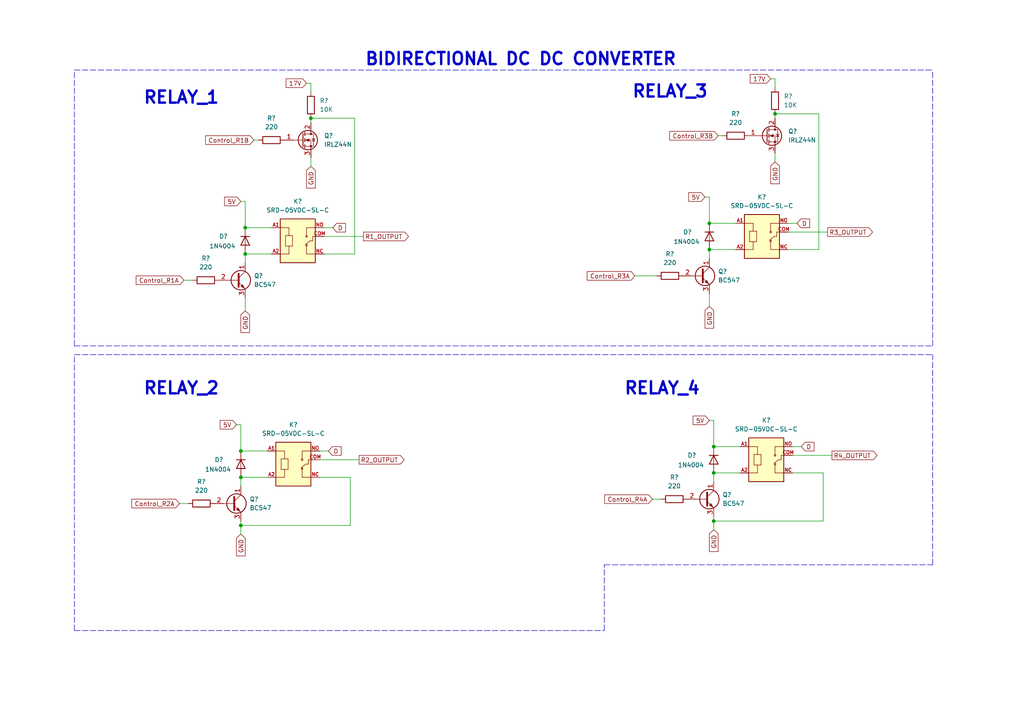
<source format=kicad_sch>
(kicad_sch (version 20250114) (generator "eeschema") (generator_version "9.0")
  (paper "A4")
  (title_block (title "BIDIRECTIONAL DC DC CONVERTER"))
  (lib_symbols
    (symbol "Device:R" (pin_numbers (hide yes)) (pin_names (offset 0))
      (property "Reference" "R" (at 2.032 0 90))
      (property "Value" "R" (at 0 0 90))
      (symbol "R_0_1"
        (rectangle (start -1.016 -2.54) (end 1.016 2.54) (stroke (width 0.254)))
      )
      (symbol "R_1_1"
        (pin passive line (at 0 3.81 270) (length 1.27) (name "~") (number "1"))
        (pin passive line (at 0 -3.81 90) (length 1.27) (name "~") (number "2"))
      )
    )
    (symbol "Diode:1N4004" (pin_numbers (hide yes)) (pin_names (hide yes))
      (property "Reference" "D" (at 0 2.54 0))
      (property "Value" "1N4004" (at 0 -2.54 0))
      (symbol "1N4004_0_1"
        (polyline (pts (xy -1.27 1.27) (xy -1.27 -1.27)) (stroke (width 0.254)))
        (polyline (pts (xy 1.27 1.27) (xy 1.27 -1.27) (xy -1.27 0) (xy 1.27 1.27)) (stroke (width 0.254)))
        (polyline (pts (xy 1.27 0) (xy -1.27 0)))
      )
      (symbol "1N4004_1_1"
        (pin passive line (at -3.81 0 0) (length 2.54) (name "K") (number "1"))
        (pin passive line (at 3.81 0 180) (length 2.54) (name "A") (number "2"))
      )
    )
    (symbol "SRD-05VDC-SL-C:SRD-05VDC-SL-C" (pin_names (offset 1.016))
      (property "Reference" "K" (at -5.0809 5.843 0))
      (property "Value" "SRD-05VDC-SL-C" (at -5.0832 -10.1664 0))
      (symbol "SRD-05VDC-SL-C_0_0"
        (polyline (pts (xy -5.08 2.54) (xy -2.54 2.54)) (stroke (width 0.1524)))
        (rectangle (start -5.08 -7.62) (end 5.08 5.08) (stroke (width 0.254)) (fill (type background)))
        (polyline (pts (xy -3.556 0.254) (xy -3.556 -2.794)) (stroke (width 0.1524)))
        (polyline (pts (xy -3.556 -2.794) (xy -2.54 -2.794)) (stroke (width 0.1524)))
        (polyline (pts (xy -2.54 2.54) (xy -2.54 0.254)) (stroke (width 0.1524)))
        (polyline (pts (xy -2.54 0.254) (xy -3.556 0.254)) (stroke (width 0.1524)))
        (polyline (pts (xy -2.54 -2.794) (xy -2.54 -5.08)) (stroke (width 0.1524)))
        (polyline (pts (xy -2.54 -2.794) (xy -1.524 -2.794)) (stroke (width 0.1524)))
        (polyline (pts (xy -2.54 -5.08) (xy -5.08 -5.08)) (stroke (width 0.1524)))
        (polyline (pts (xy -1.524 0.254) (xy -2.54 0.254)) (stroke (width 0.1524)))
        (polyline (pts (xy -1.524 -2.794) (xy -1.524 0.254)) (stroke (width 0.1524)))
        (polyline (pts (xy 2.54 2.54) (xy 2.54 0)) (stroke (width 0.1524)))
        (circle (center 2.54 0) (radius 0.254) (stroke (width 0.1524)))
        (polyline (pts (xy 2.54 -2.54) (xy 2.54 -5.08)) (stroke (width 0.1524)))
        (circle (center 2.54 -2.54) (radius 0.254) (stroke (width 0.1524)))
        (polyline (pts (xy 2.54 -5.08) (xy 5.08 -5.08)) (stroke (width 0.1524)))
        (polyline (pts (xy 3.556 -1.27) (xy 2.286 -2.286)) (stroke (width 0.1524)))
        (polyline (pts (xy 3.556 -1.27) (xy 4.318 -1.27)) (stroke (width 0.1524)))
        (polyline (pts (xy 4.318 0) (xy 5.08 0)) (stroke (width 0.1524)))
        (polyline (pts (xy 4.318 -1.27) (xy 4.318 0)) (stroke (width 0.1524)))
        (polyline (pts (xy 5.08 2.54) (xy 2.54 2.54)) (stroke (width 0.1524)))
        (pin passive line (at -7.62 2.54 0) (length 2.54) (name "~") (number "A1"))
        (pin passive line (at -7.62 -5.08 0) (length 2.54) (name "~") (number "A2"))
        (pin passive line (at 7.62 2.54 180) (length 2.54) (name "~") (number "NO"))
        (pin passive line (at 7.62 0 180) (length 2.54) (name "~") (number "COM"))
        (pin passive line (at 7.62 -5.08 180) (length 2.54) (name "~") (number "NC"))
      )
    )
    (symbol "Transistor_BJT:BC547" (pin_names (offset 0) (hide yes))
      (property "Reference" "Q" (at 5.08 1.905 0))
      (property "Value" "BC547" (at 5.08 0 0))
      (symbol "BC547_0_1"
        (polyline (pts (xy -2.54 0) (xy 0.635 0)))
        (polyline (pts (xy 0.635 1.905) (xy 0.635 -1.905)) (stroke (width 0.508)))
        (circle (center 1.27 0) (radius 2.8194) (stroke (width 0.254)))
      )
      (symbol "BC547_1_1"
        (polyline (pts (xy 0.635 0.635) (xy 2.54 2.54)))
        (polyline (pts (xy 0.635 -0.635) (xy 2.54 -2.54)))
        (polyline (pts (xy 1.27 -1.778) (xy 1.778 -1.27) (xy 2.286 -2.286) (xy 1.27 -1.778)) (fill (type outline)))
        (pin input line (at -5.08 0 0) (length 2.54) (name "B") (number "2"))
        (pin passive line (at 2.54 5.08 270) (length 2.54) (name "C") (number "1"))
        (pin passive line (at 2.54 -5.08 90) (length 2.54) (name "E") (number "3"))
      )
    )
    (symbol "Transistor_FET:IRLZ44N" (pin_names (hide yes))
      (property "Reference" "Q" (at 5.08 1.905 0))
      (property "Value" "IRLZ44N" (at 5.08 0 0))
      (symbol "IRLZ44N_0_1"
        (polyline (pts (xy 0.254 1.905) (xy 0.254 -1.905)) (stroke (width 0.254)))
        (polyline (pts (xy 0.254 0) (xy -2.54 0)))
        (polyline (pts (xy 0.762 2.286) (xy 0.762 1.27)) (stroke (width 0.254)))
        (polyline (pts (xy 0.762 0.508) (xy 0.762 -0.508)) (stroke (width 0.254)))
        (polyline (pts (xy 0.762 -1.27) (xy 0.762 -2.286)) (stroke (width 0.254)))
        (polyline (pts (xy 0.762 -1.778) (xy 3.302 -1.778) (xy 3.302 1.778) (xy 0.762 1.778)))
        (polyline (pts (xy 1.016 0) (xy 2.032 0.381) (xy 2.032 -0.381) (xy 1.016 0)) (fill (type outline)))
        (circle (center 1.651 0) (radius 2.794) (stroke (width 0.254)))
        (polyline (pts (xy 2.54 2.54) (xy 2.54 1.778)))
        (circle (center 2.54 1.778) (radius 0.254) (fill (type outline)))
        (circle (center 2.54 -1.778) (radius 0.254) (fill (type outline)))
        (polyline (pts (xy 2.54 -2.54) (xy 2.54 0) (xy 0.762 0)))
        (polyline (pts (xy 2.794 0.508) (xy 2.921 0.381) (xy 3.683 0.381) (xy 3.81 0.254)))
        (polyline (pts (xy 3.302 0.381) (xy 2.921 -0.254) (xy 3.683 -0.254) (xy 3.302 0.381)))
      )
      (symbol "IRLZ44N_1_1"
        (pin input line (at -5.08 0 0) (length 2.54) (name "G") (number "1"))
        (pin passive line (at 2.54 5.08 270) (length 2.54) (name "D") (number "2"))
        (pin passive line (at 2.54 -5.08 90) (length 2.54) (name "S") (number "3"))
      )
    )
  )
  (text "RELAY_1" (at 41.402 30.48 0) (effects (font (size 3.5 3.5) (thickness 0.7) (bold yes)) (justify left bottom)))
  (text "RELAY_4" (at 180.848 114.808 0) (effects (font (size 3.5 3.5) (thickness 0.7) (bold yes)) (justify left bottom)))
  (text "BIDIRECTIONAL DC DC CONVERTER" (at 105.664 19.304 0) (effects (font (size 3.5 3.5) (thickness 0.7) (bold yes)) (justify left bottom)))
  (text "RELAY_2" (at 41.402 114.808 0) (effects (font (size 3.5 3.5) (thickness 0.7) (bold yes)) (justify left bottom)))
  (text "RELAY_3" (at 183.134 28.702 0) (effects (font (size 3.5 3.5) (thickness 0.7) (bold yes)) (justify left bottom)))
  (junction (at 69.85 130.81))
  (junction (at 207.01 137.16))
  (junction (at 71.12 73.66))
  (junction (at 69.85 138.43))
  (junction (at 224.79 33.02))
  (junction (at 69.85 152.4))
  (junction (at 90.17 34.29))
  (junction (at 207.01 129.54))
  (junction (at 207.01 151.13))
  (junction (at 205.74 64.77))
  (junction (at 71.12 66.04))
  (junction (at 205.74 72.39))
  (wire (pts (xy 228.6 64.77) (xy 231.14 64.77)))
  (wire (pts (xy 205.74 57.15) (xy 205.74 64.77)))
  (wire (pts (xy 223.52 22.86) (xy 224.79 22.86)))
  (polyline (pts (xy 21.59 100.33) (xy 21.59 20.32)) (stroke (width 0) (type dash)))
  (wire (pts (xy 101.6 152.4) (xy 69.85 152.4)))
  (wire (pts (xy 73.66 40.64) (xy 74.93 40.64)))
  (wire (pts (xy 213.36 72.39) (xy 205.74 72.39)))
  (wire (pts (xy 228.6 67.31) (xy 240.03 67.31)))
  (wire (pts (xy 92.71 138.43) (xy 101.6 138.43)))
  (wire (pts (xy 77.47 138.43) (xy 69.85 138.43)))
  (wire (pts (xy 207.01 151.13) (xy 207.01 153.67)))
  (polyline (pts (xy 270.51 163.83) (xy 270.51 102.87)) (stroke (width 0) (type dash)))
  (wire (pts (xy 205.74 121.92) (xy 207.01 121.92)))
  (wire (pts (xy 71.12 58.42) (xy 71.12 66.04)))
  (wire (pts (xy 238.76 137.16) (xy 238.76 151.13)))
  (wire (pts (xy 69.85 58.42) (xy 71.12 58.42)))
  (wire (pts (xy 214.63 137.16) (xy 207.01 137.16)))
  (wire (pts (xy 207.01 121.92) (xy 207.01 129.54)))
  (polyline (pts (xy 21.59 102.87) (xy 270.51 102.87)) (stroke (width 0) (type dash)))
  (wire (pts (xy 78.74 73.66) (xy 71.12 73.66)))
  (wire (pts (xy 88.9 24.13) (xy 90.17 24.13)))
  (wire (pts (xy 184.15 80.01) (xy 190.5 80.01)))
  (polyline (pts (xy 270.51 100.33) (xy 270.51 20.32)) (stroke (width 0) (type dash)))
  (polyline (pts (xy 21.59 182.88) (xy 175.26 182.88)) (stroke (width 0) (type dash)))
  (wire (pts (xy 92.71 130.81) (xy 95.25 130.81)))
  (wire (pts (xy 90.17 45.72) (xy 90.17 48.26)))
  (wire (pts (xy 207.01 149.86) (xy 207.01 151.13)))
  (wire (pts (xy 69.85 138.43) (xy 69.85 140.97)))
  (polyline (pts (xy 21.59 100.33) (xy 270.51 100.33)) (stroke (width 0) (type dash)))
  (wire (pts (xy 207.01 129.54) (xy 214.63 129.54)))
  (wire (pts (xy 229.87 132.08) (xy 241.3 132.08)))
  (wire (pts (xy 69.85 123.19) (xy 69.85 130.81)))
  (wire (pts (xy 205.74 72.39) (xy 205.74 74.93)))
  (wire (pts (xy 237.49 33.02) (xy 237.49 72.39)))
  (wire (pts (xy 71.12 86.36) (xy 71.12 90.17)))
  (wire (pts (xy 71.12 66.04) (xy 78.74 66.04)))
  (polyline (pts (xy 21.59 20.32) (xy 270.51 20.32)) (stroke (width 0) (type dash)))
  (wire (pts (xy 90.17 24.13) (xy 90.17 26.67)))
  (wire (pts (xy 52.07 146.05) (xy 54.61 146.05)))
  (wire (pts (xy 93.98 66.04) (xy 96.52 66.04)))
  (wire (pts (xy 69.85 130.81) (xy 77.47 130.81)))
  (wire (pts (xy 68.58 123.19) (xy 69.85 123.19)))
  (wire (pts (xy 92.71 133.35) (xy 104.14 133.35)))
  (polyline (pts (xy 21.59 182.88) (xy 21.59 102.87)) (stroke (width 0) (type dash)))
  (wire (pts (xy 53.34 81.28) (xy 55.88 81.28)))
  (wire (pts (xy 90.17 34.29) (xy 90.17 35.56)))
  (wire (pts (xy 69.85 151.13) (xy 69.85 152.4)))
  (wire (pts (xy 71.12 73.66) (xy 71.12 76.2)))
  (wire (pts (xy 224.79 44.45) (xy 224.79 46.99)))
  (wire (pts (xy 229.87 129.54) (xy 232.41 129.54)))
  (wire (pts (xy 228.6 72.39) (xy 237.49 72.39)))
  (wire (pts (xy 93.98 68.58) (xy 105.41 68.58)))
  (wire (pts (xy 69.85 152.4) (xy 69.85 154.94)))
  (wire (pts (xy 205.74 64.77) (xy 213.36 64.77)))
  (wire (pts (xy 205.74 85.09) (xy 205.74 88.9)))
  (wire (pts (xy 207.01 137.16) (xy 207.01 139.7)))
  (wire (pts (xy 189.23 144.78) (xy 191.77 144.78)))
  (wire (pts (xy 224.79 22.86) (xy 224.79 25.4)))
  (wire (pts (xy 224.79 33.02) (xy 237.49 33.02)))
  (wire (pts (xy 224.79 33.02) (xy 224.79 34.29)))
  (wire (pts (xy 90.17 34.29) (xy 102.87 34.29)))
  (wire (pts (xy 238.76 151.13) (xy 207.01 151.13)))
  (polyline (pts (xy 175.26 163.83) (xy 270.51 163.83)) (stroke (width 0) (type dash)))
  (wire (pts (xy 101.6 138.43) (xy 101.6 152.4)))
  (wire (pts (xy 208.28 39.37) (xy 209.55 39.37)))
  (wire (pts (xy 102.87 34.29) (xy 102.87 73.66)))
  (wire (pts (xy 204.47 57.15) (xy 205.74 57.15)))
  (wire (pts (xy 229.87 137.16) (xy 238.76 137.16)))
  (polyline (pts (xy 175.26 182.88) (xy 175.26 163.83)) (stroke (width 0) (type dash)))
  (wire (pts (xy 93.98 73.66) (xy 102.87 73.66)))
  (global_label "D" (shape input) (at 95.25 130.81 0) (property "Intersheetrefs" "${INTERSHEET_REFS}" (effects (hide yes))))
  (global_label "R3_OUTPUT" (shape output) (at 240.03 67.31 0) (property "Intersheetrefs" "${INTERSHEET_REFS}" (effects (hide yes))))
  (global_label "5V" (shape input) (at 68.58 123.19 180) (property "Intersheetrefs" "${INTERSHEET_REFS}" (effects (hide yes))))
  (global_label "D" (shape input) (at 96.52 66.04 0) (property "Intersheetrefs" "${INTERSHEET_REFS}" (effects (hide yes))))
  (global_label "Control_R2A" (shape input) (at 52.07 146.05 180) (property "Intersheetrefs" "${INTERSHEET_REFS}" (effects (hide yes))))
  (global_label "GND" (shape input) (at 205.74 88.9 270) (property "Intersheetrefs" "${INTERSHEET_REFS}" (effects (hide yes))))
  (global_label "17V" (shape input) (at 88.9 24.13 180) (property "Intersheetrefs" "${INTERSHEET_REFS}" (effects (hide yes))))
  (global_label "R2_OUTPUT" (shape output) (at 104.14 133.35 0) (property "Intersheetrefs" "${INTERSHEET_REFS}" (effects (hide yes))))
  (global_label "Control_R3B" (shape input) (at 208.28 39.37 180) (property "Intersheetrefs" "${INTERSHEET_REFS}" (effects (hide yes))))
  (global_label "GND" (shape input) (at 207.01 153.67 270) (property "Intersheetrefs" "${INTERSHEET_REFS}" (effects (hide yes))))
  (global_label "D" (shape input) (at 232.41 129.54 0) (property "Intersheetrefs" "${INTERSHEET_REFS}" (effects (hide yes))))
  (global_label "Control_R1B" (shape input) (at 73.66 40.64 180) (property "Intersheetrefs" "${INTERSHEET_REFS}" (effects (hide yes))))
  (global_label "GND" (shape input) (at 69.85 154.94 270) (property "Intersheetrefs" "${INTERSHEET_REFS}" (effects (hide yes))))
  (global_label "17V" (shape input) (at 223.52 22.86 180) (property "Intersheetrefs" "${INTERSHEET_REFS}" (effects (hide yes))))
  (global_label "GND" (shape input) (at 90.17 48.26 270) (property "Intersheetrefs" "${INTERSHEET_REFS}" (effects (hide yes))))
  (global_label "5V" (shape input) (at 69.85 58.42 180) (property "Intersheetrefs" "${INTERSHEET_REFS}" (effects (hide yes))))
  (global_label "D" (shape input) (at 231.14 64.77 0) (property "Intersheetrefs" "${INTERSHEET_REFS}" (effects (hide yes))))
  (global_label "Control_R3A" (shape input) (at 184.15 80.01 180) (property "Intersheetrefs" "${INTERSHEET_REFS}" (effects (hide yes))))
  (global_label "5V" (shape input) (at 205.74 121.92 180) (property "Intersheetrefs" "${INTERSHEET_REFS}" (effects (hide yes))))
  (global_label "Control_R4A" (shape input) (at 189.23 144.78 180) (property "Intersheetrefs" "${INTERSHEET_REFS}" (effects (hide yes))))
  (global_label "R4_OUTPUT" (shape output) (at 241.3 132.08 0) (property "Intersheetrefs" "${INTERSHEET_REFS}" (effects (hide yes))))
  (global_label "GND" (shape input) (at 224.79 46.99 270) (property "Intersheetrefs" "${INTERSHEET_REFS}" (effects (hide yes))))
  (global_label "R1_OUTPUT" (shape output) (at 105.41 68.58 0) (property "Intersheetrefs" "${INTERSHEET_REFS}" (effects (hide yes))))
  (global_label "Control_R1A" (shape input) (at 53.34 81.28 180) (property "Intersheetrefs" "${INTERSHEET_REFS}" (effects (hide yes))))
  (global_label "5V" (shape input) (at 204.47 57.15 180) (property "Intersheetrefs" "${INTERSHEET_REFS}" (effects (hide yes))))
  (global_label "GND" (shape input) (at 71.12 90.17 270) (property "Intersheetrefs" "${INTERSHEET_REFS}" (effects (hide yes))))
  (symbol (lib_id "SRD-05VDC-SL-C:SRD-05VDC-SL-C") (at 86.36 68.58 0) (unit 1)
    (property "Reference" "K?" (at 86.36 58.42 0))
    (property "Value" "SRD-05VDC-SL-C" (at 86.36 60.96 0))
    (property "Footprint" "SRD-05VDC-SL-C:RELAY_SRD-05VDC-SL-C" (effects (hide yes)))
    (property "MF" "Songle Relay" (effects (hide yes)))
    (property "Description_1" "5V Trigger Relay Module For Arduino And Raspberry Pi 5V Trigger Relay Module For Arduino And Raspberry Pi" (effects (hide yes)))
    (property "Package" "NON STANDARD-5 Songle Relay" (effects (hide yes)))
    (property "Price" "None" (effects (hide yes)))
    (property "Check_prices" "https://www.snapeda.com/parts/SRD-05VDC-SL-C/Songle+Relay/view-part/?ref=eda" (effects (hide yes)))
    (property "STANDARD" "IPC-7251" (effects (hide yes)))
    (property "SnapEDA_Link" "https://www.snapeda.com/parts/SRD-05VDC-SL-C/Songle+Relay/view-part/?ref=snap" (effects (hide yes)))
    (property "MP" "SRD-05VDC-SL-C" (effects (hide yes)))
    (property "Availability" "In Stock" (effects (hide yes)))
    (property "MANUFACTURER" "SONGLE RELAY" (effects (hide yes)))
  )
  (symbol (lib_id "Device:R") (at 195.58 144.78 270) (unit 1)
    (property "Reference" "R?" (at 195.58 138.43 90))
    (property "Value" "220" (at 195.58 140.97 90))
    (property "Description" "Resistor" (effects (hide yes)))
  )
  (symbol (lib_id "Device:R") (at 90.17 30.48 0) (unit 1)
    (property "Reference" "R?" (at 92.71 29.2099 0) (effects (justify left)))
    (property "Value" "10K" (at 92.71 31.7499 0) (effects (justify left)))
    (property "Description" "Resistor" (effects (hide yes)))
  )
  (symbol (lib_id "Transistor_FET:IRLZ44N") (at 87.63 40.64 0) (unit 1)
    (property "Reference" "Q?" (at 93.98 39.3699 0) (effects (justify left)))
    (property "Value" "IRLZ44N" (at 93.98 41.9099 0) (effects (justify left)))
    (property "Footprint" "Package_TO_SOT_THT:TO-220-3_Vertical" (effects (hide yes)))
    (property "Datasheet" "http://www.irf.com/product-info/datasheets/data/irlz44n.pdf" (effects (hide yes)))
    (property "Description" "47A Id, 55V Vds, 22mOhm Rds Single N-Channel HEXFET Power MOSFET, TO-220AB" (effects (hide yes)))
  )
  (symbol (lib_id "Transistor_FET:IRLZ44N") (at 222.25 39.37 0) (unit 1)
    (property "Reference" "Q?" (at 228.6 38.0999 0) (effects (justify left)))
    (property "Value" "IRLZ44N" (at 228.6 40.6399 0) (effects (justify left)))
    (property "Footprint" "Package_TO_SOT_THT:TO-220-3_Vertical" (effects (hide yes)))
    (property "Datasheet" "http://www.irf.com/product-info/datasheets/data/irlz44n.pdf" (effects (hide yes)))
    (property "Description" "47A Id, 55V Vds, 22mOhm Rds Single N-Channel HEXFET Power MOSFET, TO-220AB" (effects (hide yes)))
  )
  (symbol (lib_id "Diode:1N4004") (at 71.12 69.85 270) (unit 1)
    (property "Reference" "D?" (at 63.5 68.58 90) (effects (justify left)))
    (property "Value" "1N4004" (at 60.706 71.374 90) (effects (justify left)))
    (property "Footprint" "Diode_THT:D_DO-41_SOD81_P10.16mm_Horizontal" (effects (hide yes)))
    (property "Datasheet" "http://www.vishay.com/docs/88503/1n4001.pdf" (effects (hide yes)))
    (property "Description" "400V 1A General Purpose Rectifier Diode, DO-41" (effects (hide yes)))
    (property "Sim.Device" "D" (effects (hide yes)))
    (property "Sim.Pins" "1=K 2=A" (effects (hide yes)))
  )
  (symbol (lib_id "Device:R") (at 59.69 81.28 270) (unit 1)
    (property "Reference" "R?" (at 59.69 74.93 90))
    (property "Value" "220" (at 59.69 77.47 90))
    (property "Description" "Resistor" (effects (hide yes)))
  )
  (symbol (lib_id "SRD-05VDC-SL-C:SRD-05VDC-SL-C") (at 222.25 132.08 0) (unit 1)
    (property "Reference" "K?" (at 222.25 121.92 0))
    (property "Value" "SRD-05VDC-SL-C" (at 222.25 124.46 0))
    (property "Footprint" "SRD-05VDC-SL-C:RELAY_SRD-05VDC-SL-C" (effects (hide yes)))
    (property "MF" "Songle Relay" (effects (hide yes)))
    (property "Description_1" "5V Trigger Relay Module For Arduino And Raspberry Pi 5V Trigger Relay Module For Arduino And Raspberry Pi" (effects (hide yes)))
    (property "Package" "NON STANDARD-5 Songle Relay" (effects (hide yes)))
    (property "Price" "None" (effects (hide yes)))
    (property "Check_prices" "https://www.snapeda.com/parts/SRD-05VDC-SL-C/Songle+Relay/view-part/?ref=eda" (effects (hide yes)))
    (property "STANDARD" "IPC-7251" (effects (hide yes)))
    (property "SnapEDA_Link" "https://www.snapeda.com/parts/SRD-05VDC-SL-C/Songle+Relay/view-part/?ref=snap" (effects (hide yes)))
    (property "MP" "SRD-05VDC-SL-C" (effects (hide yes)))
    (property "Availability" "In Stock" (effects (hide yes)))
    (property "MANUFACTURER" "SONGLE RELAY" (effects (hide yes)))
  )
  (symbol (lib_id "Device:R") (at 78.74 40.64 270) (unit 1)
    (property "Reference" "R?" (at 78.74 34.29 90))
    (property "Value" "220" (at 78.74 36.83 90))
    (property "Description" "Resistor" (effects (hide yes)))
  )
  (symbol (lib_id "SRD-05VDC-SL-C:SRD-05VDC-SL-C") (at 220.98 67.31 0) (unit 1)
    (property "Reference" "K?" (at 220.98 57.15 0))
    (property "Value" "SRD-05VDC-SL-C" (at 220.98 59.69 0))
    (property "Footprint" "SRD-05VDC-SL-C:RELAY_SRD-05VDC-SL-C" (effects (hide yes)))
    (property "MF" "Songle Relay" (effects (hide yes)))
    (property "Description_1" "5V Trigger Relay Module For Arduino And Raspberry Pi 5V Trigger Relay Module For Arduino And Raspberry Pi" (effects (hide yes)))
    (property "Package" "NON STANDARD-5 Songle Relay" (effects (hide yes)))
    (property "Price" "None" (effects (hide yes)))
    (property "Check_prices" "https://www.snapeda.com/parts/SRD-05VDC-SL-C/Songle+Relay/view-part/?ref=eda" (effects (hide yes)))
    (property "STANDARD" "IPC-7251" (effects (hide yes)))
    (property "SnapEDA_Link" "https://www.snapeda.com/parts/SRD-05VDC-SL-C/Songle+Relay/view-part/?ref=snap" (effects (hide yes)))
    (property "MP" "SRD-05VDC-SL-C" (effects (hide yes)))
    (property "Availability" "In Stock" (effects (hide yes)))
    (property "MANUFACTURER" "SONGLE RELAY" (effects (hide yes)))
  )
  (symbol (lib_id "Device:R") (at 194.31 80.01 270) (unit 1)
    (property "Reference" "R?" (at 194.31 73.66 90))
    (property "Value" "220" (at 194.31 76.2 90))
    (property "Description" "Resistor" (effects (hide yes)))
  )
  (symbol (lib_id "Diode:1N4004") (at 69.85 134.62 270) (unit 1)
    (property "Reference" "D?" (at 62.23 133.35 90) (effects (justify left)))
    (property "Value" "1N4004" (at 59.436 136.144 90) (effects (justify left)))
    (property "Footprint" "Diode_THT:D_DO-41_SOD81_P10.16mm_Horizontal" (effects (hide yes)))
    (property "Datasheet" "http://www.vishay.com/docs/88503/1n4001.pdf" (effects (hide yes)))
    (property "Description" "400V 1A General Purpose Rectifier Diode, DO-41" (effects (hide yes)))
    (property "Sim.Device" "D" (effects (hide yes)))
    (property "Sim.Pins" "1=K 2=A" (effects (hide yes)))
  )
  (symbol (lib_id "Device:R") (at 224.79 29.21 0) (unit 1)
    (property "Reference" "R?" (at 227.33 27.9399 0) (effects (justify left)))
    (property "Value" "10K" (at 227.33 30.4799 0) (effects (justify left)))
    (property "Description" "Resistor" (effects (hide yes)))
  )
  (symbol (lib_id "Transistor_BJT:BC547") (at 67.31 146.05 0) (unit 1)
    (property "Reference" "Q?" (at 72.39 144.7799 0) (effects (justify left)))
    (property "Value" "BC547" (at 72.39 147.3199 0) (effects (justify left)))
    (property "Footprint" "Package_TO_SOT_THT:TO-92_Inline" (effects (hide yes)))
    (property "Datasheet" "https://www.onsemi.com/pub/Collateral/BC550-D.pdf" (effects (hide yes)))
    (property "Description" "0.1A Ic, 45V Vce, Small Signal NPN Transistor, TO-92" (effects (hide yes)))
  )
  (symbol (lib_id "Device:R") (at 213.36 39.37 270) (unit 1)
    (property "Reference" "R?" (at 213.36 33.02 90))
    (property "Value" "220" (at 213.36 35.56 90))
    (property "Description" "Resistor" (effects (hide yes)))
  )
  (symbol (lib_id "Diode:1N4004") (at 207.01 133.35 270) (unit 1)
    (property "Reference" "D?" (at 199.39 132.08 90) (effects (justify left)))
    (property "Value" "1N4004" (at 196.596 134.874 90) (effects (justify left)))
    (property "Footprint" "Diode_THT:D_DO-41_SOD81_P10.16mm_Horizontal" (effects (hide yes)))
    (property "Datasheet" "http://www.vishay.com/docs/88503/1n4001.pdf" (effects (hide yes)))
    (property "Description" "400V 1A General Purpose Rectifier Diode, DO-41" (effects (hide yes)))
    (property "Sim.Device" "D" (effects (hide yes)))
    (property "Sim.Pins" "1=K 2=A" (effects (hide yes)))
  )
  (symbol (lib_id "Transistor_BJT:BC547") (at 204.47 144.78 0) (unit 1)
    (property "Reference" "Q?" (at 209.55 143.5099 0) (effects (justify left)))
    (property "Value" "BC547" (at 209.55 146.0499 0) (effects (justify left)))
    (property "Footprint" "Package_TO_SOT_THT:TO-92_Inline" (effects (hide yes)))
    (property "Datasheet" "https://www.onsemi.com/pub/Collateral/BC550-D.pdf" (effects (hide yes)))
    (property "Description" "0.1A Ic, 45V Vce, Small Signal NPN Transistor, TO-92" (effects (hide yes)))
  )
  (symbol (lib_id "Transistor_BJT:BC547") (at 203.2 80.01 0) (unit 1)
    (property "Reference" "Q?" (at 208.28 78.7399 0) (effects (justify left)))
    (property "Value" "BC547" (at 208.28 81.2799 0) (effects (justify left)))
    (property "Footprint" "Package_TO_SOT_THT:TO-92_Inline" (effects (hide yes)))
    (property "Datasheet" "https://www.onsemi.com/pub/Collateral/BC550-D.pdf" (effects (hide yes)))
    (property "Description" "0.1A Ic, 45V Vce, Small Signal NPN Transistor, TO-92" (effects (hide yes)))
  )
  (symbol (lib_id "Diode:1N4004") (at 205.74 68.58 270) (unit 1)
    (property "Reference" "D?" (at 198.12 67.31 90) (effects (justify left)))
    (property "Value" "1N4004" (at 195.326 70.104 90) (effects (justify left)))
    (property "Footprint" "Diode_THT:D_DO-41_SOD81_P10.16mm_Horizontal" (effects (hide yes)))
    (property "Datasheet" "http://www.vishay.com/docs/88503/1n4001.pdf" (effects (hide yes)))
    (property "Description" "400V 1A General Purpose Rectifier Diode, DO-41" (effects (hide yes)))
    (property "Sim.Device" "D" (effects (hide yes)))
    (property "Sim.Pins" "1=K 2=A" (effects (hide yes)))
  )
  (symbol (lib_id "Device:R") (at 58.42 146.05 270) (unit 1)
    (property "Reference" "R?" (at 58.42 139.7 90))
    (property "Value" "220" (at 58.42 142.24 90))
    (property "Description" "Resistor" (effects (hide yes)))
  )
  (symbol (lib_id "Transistor_BJT:BC547") (at 68.58 81.28 0) (unit 1)
    (property "Reference" "Q?" (at 73.66 80.0099 0) (effects (justify left)))
    (property "Value" "BC547" (at 73.66 82.5499 0) (effects (justify left)))
    (property "Footprint" "Package_TO_SOT_THT:TO-92_Inline" (effects (hide yes)))
    (property "Datasheet" "https://www.onsemi.com/pub/Collateral/BC550-D.pdf" (effects (hide yes)))
    (property "Description" "0.1A Ic, 45V Vce, Small Signal NPN Transistor, TO-92" (effects (hide yes)))
  )
  (symbol (lib_id "SRD-05VDC-SL-C:SRD-05VDC-SL-C") (at 85.09 133.35 0) (unit 1)
    (property "Reference" "K?" (at 85.09 123.19 0))
    (property "Value" "SRD-05VDC-SL-C" (at 85.09 125.73 0))
    (property "Footprint" "SRD-05VDC-SL-C:RELAY_SRD-05VDC-SL-C" (effects (hide yes)))
    (property "MF" "Songle Relay" (effects (hide yes)))
    (property "Description_1" "5V Trigger Relay Module For Arduino And Raspberry Pi 5V Trigger Relay Module For Arduino And Raspberry Pi" (effects (hide yes)))
    (property "Package" "NON STANDARD-5 Songle Relay" (effects (hide yes)))
    (property "Price" "None" (effects (hide yes)))
    (property "Check_prices" "https://www.snapeda.com/parts/SRD-05VDC-SL-C/Songle+Relay/view-part/?ref=eda" (effects (hide yes)))
    (property "STANDARD" "IPC-7251" (effects (hide yes)))
    (property "SnapEDA_Link" "https://www.snapeda.com/parts/SRD-05VDC-SL-C/Songle+Relay/view-part/?ref=snap" (effects (hide yes)))
    (property "MP" "SRD-05VDC-SL-C" (effects (hide yes)))
    (property "Availability" "In Stock" (effects (hide yes)))
    (property "MANUFACTURER" "SONGLE RELAY" (effects (hide yes)))
  )
)
</source>
